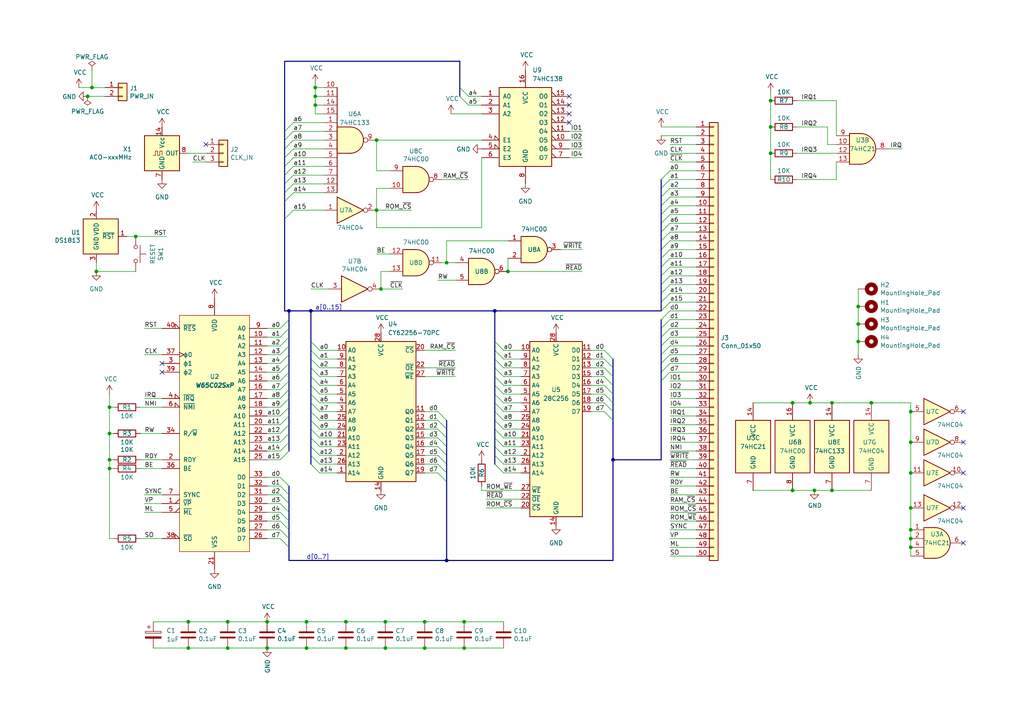
<source format=kicad_sch>
(kicad_sch (version 20211123) (generator eeschema)
  (paper "A4")
  (title_block (title "6502 motherboard v02") (date "2021-04-28") (rev "1"))
  (junction (at 111.76 180.34))
  (junction (at 264.16 147.32))
  (junction (at 236.22 142.24))
  (junction (at 83.82 90.17))
  (junction (at 241.3 116.84))
  (junction (at 229.87 116.84))
  (junction (at 31.75 133.35))
  (junction (at 123.19 187.96))
  (junction (at 147.32 78.74))
  (junction (at 229.87 142.24))
  (junction (at 248.92 88.9))
  (junction (at 31.75 118.11))
  (junction (at 88.9 187.96))
  (junction (at 129.54 162.56))
  (junction (at 264.16 156.21))
  (junction (at 252.73 116.84))
  (junction (at 91.44 27.94))
  (junction (at 177.8 133.35))
  (junction (at 129.54 76.2))
  (junction (at 264.16 153.67))
  (junction (at 77.47 187.96))
  (junction (at 66.04 180.34))
  (junction (at 134.62 187.96))
  (junction (at 109.22 60.96))
  (junction (at 25.4 27.94))
  (junction (at 88.9 180.34))
  (junction (at 77.47 180.34))
  (junction (at 27.94 78.74))
  (junction (at 264.16 137.16))
  (junction (at 248.92 93.98))
  (junction (at 223.52 29.21))
  (junction (at 111.76 187.96))
  (junction (at 31.75 135.89))
  (junction (at 54.61 187.96))
  (junction (at 143.51 90.17))
  (junction (at 110.49 83.82))
  (junction (at 39.37 68.58))
  (junction (at 31.75 125.73))
  (junction (at 90.17 90.17))
  (junction (at 54.61 180.34))
  (junction (at 66.04 187.96))
  (junction (at 26.67 25.4))
  (junction (at 234.95 116.84))
  (junction (at 100.33 180.34))
  (junction (at 134.62 180.34))
  (junction (at 91.44 25.4))
  (junction (at 123.19 180.34))
  (junction (at 264.16 158.75))
  (junction (at 264.16 128.27))
  (junction (at 264.16 119.38))
  (junction (at 248.92 99.06))
  (junction (at 100.33 187.96))
  (junction (at 109.22 40.64))
  (junction (at 241.3 142.24))
  (junction (at 223.52 44.45))
  (junction (at 91.44 30.48))
  (junction (at 223.52 36.83))
  (no_connect (at 46.99 107.95))
  (no_connect (at 165.1 30.48))
  (no_connect (at 46.99 105.41))
  (no_connect (at 165.1 33.02))
  (no_connect (at 165.1 27.94))
  (no_connect (at 279.4 119.38))
  (no_connect (at 279.4 157.48))
  (no_connect (at 279.4 128.27))
  (no_connect (at 59.69 41.91))
  (no_connect (at 279.4 147.32))
  (no_connect (at 165.1 35.56))
  (no_connect (at 279.4 137.16))
  (bus_entry (at 81.28 128.27) (size 2.54 -2.54))
  (bus_entry (at 194.31 57.15) (size -2.54 2.54))
  (bus_entry (at 81.28 138.43) (size 2.54 2.54))
  (bus_entry (at 81.28 100.33) (size 2.54 -2.54))
  (bus_entry (at 146.05 129.54) (size -2.54 -2.54))
  (bus_entry (at 92.71 111.76) (size -2.54 -2.54))
  (bus_entry (at 92.71 114.3) (size -2.54 -2.54))
  (bus_entry (at 194.31 64.77) (size -2.54 2.54))
  (bus_entry (at 194.31 97.79) (size -2.54 2.54))
  (bus_entry (at 194.31 80.01) (size -2.54 2.54))
  (bus_entry (at 92.71 127) (size -2.54 -2.54))
  (bus_entry (at 146.05 111.76) (size -2.54 -2.54))
  (bus_entry (at 92.71 124.46) (size -2.54 -2.54))
  (bus_entry (at 194.31 100.33) (size -2.54 2.54))
  (bus_entry (at 92.71 109.22) (size -2.54 -2.54))
  (bus_entry (at 85.09 45.72) (size -2.54 2.54))
  (bus_entry (at 146.05 137.16) (size -2.54 -2.54))
  (bus_entry (at 194.31 52.07) (size -2.54 2.54))
  (bus_entry (at 81.28 153.67) (size 2.54 2.54))
  (bus_entry (at 85.09 53.34) (size -2.54 2.54))
  (bus_entry (at 81.28 133.35) (size 2.54 -2.54))
  (bus_entry (at 92.71 106.68) (size -2.54 -2.54))
  (bus_entry (at 81.28 148.59) (size 2.54 2.54))
  (bus_entry (at 81.28 118.11) (size 2.54 -2.54))
  (bus_entry (at 81.28 151.13) (size 2.54 2.54))
  (bus_entry (at 92.71 134.62) (size -2.54 -2.54))
  (bus_entry (at 81.28 125.73) (size 2.54 -2.54))
  (bus_entry (at 194.31 59.69) (size -2.54 2.54))
  (bus_entry (at 81.28 130.81) (size 2.54 -2.54))
  (bus_entry (at 146.05 106.68) (size -2.54 -2.54))
  (bus_entry (at 85.09 48.26) (size -2.54 2.54))
  (bus_entry (at 81.28 146.05) (size 2.54 2.54))
  (bus_entry (at 194.31 102.87) (size -2.54 2.54))
  (bus_entry (at 194.31 105.41) (size -2.54 2.54))
  (bus_entry (at 175.26 106.68) (size 2.54 2.54))
  (bus_entry (at 194.31 69.85) (size -2.54 2.54))
  (bus_entry (at 127 121.92) (size 2.54 2.54))
  (bus_entry (at 81.28 120.65) (size 2.54 -2.54))
  (bus_entry (at 81.28 115.57) (size 2.54 -2.54))
  (bus_entry (at 194.31 62.23) (size -2.54 2.54))
  (bus_entry (at 127 129.54) (size 2.54 2.54))
  (bus_entry (at 81.28 113.03) (size 2.54 -2.54))
  (bus_entry (at 92.71 129.54) (size -2.54 -2.54))
  (bus_entry (at 92.71 101.6) (size -2.54 -2.54))
  (bus_entry (at 146.05 101.6) (size -2.54 -2.54))
  (bus_entry (at 127 127) (size 2.54 2.54))
  (bus_entry (at 194.31 85.09) (size -2.54 2.54))
  (bus_entry (at 194.31 87.63) (size -2.54 2.54))
  (bus_entry (at 85.09 38.1) (size -2.54 2.54))
  (bus_entry (at 81.28 105.41) (size 2.54 -2.54))
  (bus_entry (at 146.05 127) (size -2.54 -2.54))
  (bus_entry (at 175.26 119.38) (size 2.54 2.54))
  (bus_entry (at 194.31 74.93) (size -2.54 2.54))
  (bus_entry (at 194.31 92.71) (size -2.54 2.54))
  (bus_entry (at 146.05 114.3) (size -2.54 -2.54))
  (bus_entry (at 194.31 72.39) (size -2.54 2.54))
  (bus_entry (at 175.26 101.6) (size 2.54 2.54))
  (bus_entry (at 81.28 95.25) (size 2.54 -2.54))
  (bus_entry (at 133.35 25.4) (size 2.54 2.54))
  (bus_entry (at 92.71 121.92) (size -2.54 -2.54))
  (bus_entry (at 92.71 137.16) (size -2.54 -2.54))
  (bus_entry (at 81.28 140.97) (size 2.54 2.54))
  (bus_entry (at 146.05 134.62) (size -2.54 -2.54))
  (bus_entry (at 194.31 67.31) (size -2.54 2.54))
  (bus_entry (at 146.05 124.46) (size -2.54 -2.54))
  (bus_entry (at 194.31 49.53) (size -2.54 2.54))
  (bus_entry (at 194.31 95.25) (size -2.54 2.54))
  (bus_entry (at 92.71 116.84) (size -2.54 -2.54))
  (bus_entry (at 85.09 55.88) (size -2.54 2.54))
  (bus_entry (at 92.71 119.38) (size -2.54 -2.54))
  (bus_entry (at 194.31 90.17) (size -2.54 2.54))
  (bus_entry (at 194.31 54.61) (size -2.54 2.54))
  (bus_entry (at 175.26 111.76) (size 2.54 2.54))
  (bus_entry (at 92.71 132.08) (size -2.54 -2.54))
  (bus_entry (at 194.31 82.55) (size -2.54 2.54))
  (bus_entry (at 81.28 102.87) (size 2.54 -2.54))
  (bus_entry (at 133.35 27.94) (size 2.54 2.54))
  (bus_entry (at 81.28 123.19) (size 2.54 -2.54))
  (bus_entry (at 127 119.38) (size 2.54 2.54))
  (bus_entry (at 146.05 121.92) (size -2.54 -2.54))
  (bus_entry (at 175.26 104.14) (size 2.54 2.54))
  (bus_entry (at 81.28 156.21) (size 2.54 2.54))
  (bus_entry (at 146.05 116.84) (size -2.54 -2.54))
  (bus_entry (at 81.28 110.49) (size 2.54 -2.54))
  (bus_entry (at 175.26 109.22) (size 2.54 2.54))
  (bus_entry (at 81.28 97.79) (size 2.54 -2.54))
  (bus_entry (at 194.31 77.47) (size -2.54 2.54))
  (bus_entry (at 81.28 107.95) (size 2.54 -2.54))
  (bus_entry (at 85.09 50.8) (size -2.54 2.54))
  (bus_entry (at 146.05 132.08) (size -2.54 -2.54))
  (bus_entry (at 127 134.62) (size 2.54 2.54))
  (bus_entry (at 85.09 43.18) (size -2.54 2.54))
  (bus_entry (at 85.09 40.64) (size -2.54 2.54))
  (bus_entry (at 92.71 104.14) (size -2.54 -2.54))
  (bus_entry (at 127 124.46) (size 2.54 2.54))
  (bus_entry (at 146.05 104.14) (size -2.54 -2.54))
  (bus_entry (at 146.05 119.38) (size -2.54 -2.54))
  (bus_entry (at 175.26 114.3) (size 2.54 2.54))
  (bus_entry (at 146.05 109.22) (size -2.54 -2.54))
  (bus_entry (at 81.28 143.51) (size 2.54 2.54))
  (bus_entry (at 194.31 107.95) (size -2.54 2.54))
  (bus_entry (at 127 132.08) (size 2.54 2.54))
  (bus_entry (at 85.09 60.96) (size -2.54 2.54))
  (bus_entry (at 85.09 35.56) (size -2.54 2.54))
  (bus_entry (at 127 137.16) (size 2.54 2.54))
  (bus_entry (at 175.26 116.84) (size 2.54 2.54))
  (bus (pts (xy 143.51 116.84) (xy 143.51 119.38)))
  (wire (pts (xy 252.73 142.24) (xy 241.3 142.24)))
  (wire (pts (xy 81.28 143.51) (xy 77.47 143.51)))
  (wire (pts (xy 146.05 119.38) (xy 151.13 119.38)))
  (wire (pts (xy 81.28 95.25) (xy 77.47 95.25)))
  (wire (pts (xy 111.76 180.34) (xy 123.19 180.34)))
  (bus (pts (xy 177.8 109.22) (xy 177.8 111.76)))
  (wire (pts (xy 248.92 99.06) (xy 248.92 102.87)))
  (wire (pts (xy 91.44 24.13) (xy 91.44 25.4)))
  (wire (pts (xy 264.16 147.32) (xy 264.16 153.67)))
  (wire (pts (xy 194.31 46.99) (xy 201.93 46.99)))
  (wire (pts (xy 134.62 180.34) (xy 146.05 180.34)))
  (wire (pts (xy 194.31 59.69) (xy 201.93 59.69)))
  (wire (pts (xy 194.31 67.31) (xy 201.93 67.31)))
  (wire (pts (xy 146.05 111.76) (xy 151.13 111.76)))
  (wire (pts (xy 194.31 110.49) (xy 201.93 110.49)))
  (bus (pts (xy 143.51 119.38) (xy 143.51 121.92)))
  (bus (pts (xy 90.17 119.38) (xy 90.17 121.92)))
  (bus (pts (xy 191.77 67.31) (xy 191.77 69.85)))
  (wire (pts (xy 109.22 49.53) (xy 113.03 49.53)))
  (wire (pts (xy 44.45 180.34) (xy 54.61 180.34)))
  (wire (pts (xy 92.71 101.6) (xy 97.79 101.6)))
  (wire (pts (xy 81.28 130.81) (xy 77.47 130.81)))
  (wire (pts (xy 85.09 53.34) (xy 93.98 53.34)))
  (wire (pts (xy 194.31 87.63) (xy 201.93 87.63)))
  (wire (pts (xy 194.31 125.73) (xy 201.93 125.73)))
  (bus (pts (xy 90.17 116.84) (xy 90.17 119.38)))
  (bus (pts (xy 129.54 132.08) (xy 129.54 134.62)))
  (wire (pts (xy 135.89 30.48) (xy 139.7 30.48)))
  (wire (pts (xy 194.31 143.51) (xy 201.93 143.51)))
  (wire (pts (xy 91.44 27.94) (xy 93.98 27.94)))
  (wire (pts (xy 229.87 116.84) (xy 234.95 116.84)))
  (wire (pts (xy 146.05 129.54) (xy 151.13 129.54)))
  (wire (pts (xy 129.54 76.2) (xy 129.54 69.85)))
  (wire (pts (xy 129.54 76.2) (xy 132.08 76.2)))
  (wire (pts (xy 41.91 146.05) (xy 46.99 146.05)))
  (wire (pts (xy 92.71 114.3) (xy 97.79 114.3)))
  (bus (pts (xy 82.55 40.64) (xy 82.55 43.18)))
  (bus (pts (xy 191.77 95.25) (xy 191.77 97.79)))
  (bus (pts (xy 90.17 124.46) (xy 90.17 127)))
  (wire (pts (xy 33.02 133.35) (xy 31.75 133.35)))
  (wire (pts (xy 92.71 129.54) (xy 97.79 129.54)))
  (wire (pts (xy 147.32 78.74) (xy 168.91 78.74)))
  (bus (pts (xy 143.51 129.54) (xy 143.51 132.08)))
  (bus (pts (xy 83.82 90.17) (xy 83.82 92.71)))
  (bus (pts (xy 177.8 116.84) (xy 177.8 119.38)))
  (bus (pts (xy 191.77 100.33) (xy 191.77 102.87)))
  (wire (pts (xy 146.05 127) (xy 151.13 127)))
  (wire (pts (xy 127 124.46) (xy 123.19 124.46)))
  (bus (pts (xy 83.82 118.11) (xy 83.82 120.65)))
  (wire (pts (xy 110.49 83.82) (xy 110.49 78.74)))
  (wire (pts (xy 168.91 40.64) (xy 165.1 40.64)))
  (wire (pts (xy 91.44 27.94) (xy 91.44 30.48)))
  (wire (pts (xy 40.64 133.35) (xy 46.99 133.35)))
  (wire (pts (xy 248.92 93.98) (xy 248.92 99.06)))
  (wire (pts (xy 109.22 54.61) (xy 109.22 60.96)))
  (wire (pts (xy 66.04 180.34) (xy 77.47 180.34)))
  (bus (pts (xy 82.55 45.72) (xy 82.55 48.26)))
  (wire (pts (xy 92.71 111.76) (xy 97.79 111.76)))
  (wire (pts (xy 223.52 36.83) (xy 223.52 44.45)))
  (bus (pts (xy 133.35 25.4) (xy 133.35 27.94)))
  (bus (pts (xy 143.51 121.92) (xy 143.51 124.46)))
  (bus (pts (xy 90.17 106.68) (xy 90.17 109.22)))
  (bus (pts (xy 90.17 111.76) (xy 90.17 114.3)))
  (wire (pts (xy 146.05 121.92) (xy 151.13 121.92)))
  (wire (pts (xy 171.45 104.14) (xy 175.26 104.14)))
  (wire (pts (xy 171.45 111.76) (xy 175.26 111.76)))
  (wire (pts (xy 231.14 36.83) (xy 240.03 36.83)))
  (wire (pts (xy 26.67 25.4) (xy 26.67 20.32)))
  (wire (pts (xy 85.09 40.64) (xy 93.98 40.64)))
  (wire (pts (xy 31.75 114.3) (xy 31.75 118.11)))
  (bus (pts (xy 191.77 80.01) (xy 191.77 82.55)))
  (wire (pts (xy 194.31 95.25) (xy 201.93 95.25)))
  (wire (pts (xy 171.45 109.22) (xy 175.26 109.22)))
  (wire (pts (xy 240.03 36.83) (xy 240.03 41.91)))
  (bus (pts (xy 191.77 69.85) (xy 191.77 72.39)))
  (wire (pts (xy 194.31 100.33) (xy 201.93 100.33)))
  (wire (pts (xy 54.61 180.34) (xy 66.04 180.34)))
  (bus (pts (xy 83.82 115.57) (xy 83.82 118.11)))
  (wire (pts (xy 194.31 62.23) (xy 201.93 62.23)))
  (wire (pts (xy 127 81.28) (xy 132.08 81.28)))
  (wire (pts (xy 36.83 68.58) (xy 39.37 68.58)))
  (bus (pts (xy 177.8 104.14) (xy 177.8 106.68)))
  (wire (pts (xy 194.31 64.77) (xy 201.93 64.77)))
  (wire (pts (xy 242.57 29.21) (xy 242.57 39.37)))
  (wire (pts (xy 264.16 119.38) (xy 264.16 128.27)))
  (wire (pts (xy 31.75 156.21) (xy 31.75 135.89)))
  (bus (pts (xy 82.55 38.1) (xy 82.55 40.64)))
  (bus (pts (xy 143.51 114.3) (xy 143.51 116.84)))
  (bus (pts (xy 90.17 90.17) (xy 90.17 99.06)))
  (wire (pts (xy 85.09 48.26) (xy 93.98 48.26)))
  (wire (pts (xy 81.28 120.65) (xy 77.47 120.65)))
  (wire (pts (xy 127 119.38) (xy 123.19 119.38)))
  (wire (pts (xy 264.16 158.75) (xy 264.16 161.29)))
  (wire (pts (xy 93.98 38.1) (xy 85.09 38.1)))
  (wire (pts (xy 127 127) (xy 123.19 127)))
  (bus (pts (xy 177.8 121.92) (xy 177.8 133.35)))
  (wire (pts (xy 194.31 156.21) (xy 201.93 156.21)))
  (wire (pts (xy 147.32 74.93) (xy 147.32 78.74)))
  (bus (pts (xy 191.77 92.71) (xy 191.77 95.25)))
  (wire (pts (xy 66.04 187.96) (xy 54.61 187.96)))
  (bus (pts (xy 83.82 128.27) (xy 83.82 130.81)))
  (wire (pts (xy 171.45 101.6) (xy 175.26 101.6)))
  (bus (pts (xy 143.51 132.08) (xy 143.51 134.62)))
  (wire (pts (xy 92.71 116.84) (xy 97.79 116.84)))
  (bus (pts (xy 83.82 110.49) (xy 83.82 113.03)))
  (wire (pts (xy 81.28 148.59) (xy 77.47 148.59)))
  (wire (pts (xy 81.28 105.41) (xy 77.47 105.41)))
  (wire (pts (xy 109.22 60.96) (xy 109.22 66.04)))
  (wire (pts (xy 194.31 72.39) (xy 201.93 72.39)))
  (bus (pts (xy 82.55 50.8) (xy 82.55 53.34)))
  (wire (pts (xy 194.31 138.43) (xy 201.93 138.43)))
  (bus (pts (xy 191.77 110.49) (xy 191.77 133.35)))
  (bus (pts (xy 143.51 99.06) (xy 143.51 101.6)))
  (wire (pts (xy 146.05 187.96) (xy 134.62 187.96)))
  (wire (pts (xy 194.31 49.53) (xy 201.93 49.53)))
  (wire (pts (xy 194.31 153.67) (xy 201.93 153.67)))
  (wire (pts (xy 127 121.92) (xy 123.19 121.92)))
  (wire (pts (xy 194.31 105.41) (xy 201.93 105.41)))
  (bus (pts (xy 90.17 132.08) (xy 90.17 134.62)))
  (bus (pts (xy 83.82 105.41) (xy 83.82 107.95)))
  (wire (pts (xy 171.45 106.68) (xy 175.26 106.68)))
  (wire (pts (xy 27.94 76.2) (xy 27.94 78.74)))
  (wire (pts (xy 40.64 125.73) (xy 46.99 125.73)))
  (bus (pts (xy 90.17 129.54) (xy 90.17 132.08)))
  (wire (pts (xy 54.61 44.45) (xy 59.69 44.45)))
  (bus (pts (xy 191.77 82.55) (xy 191.77 85.09)))
  (bus (pts (xy 191.77 74.93) (xy 191.77 77.47)))
  (wire (pts (xy 194.31 54.61) (xy 201.93 54.61)))
  (bus (pts (xy 82.55 58.42) (xy 82.55 63.5)))
  (wire (pts (xy 261.62 43.18) (xy 257.81 43.18)))
  (wire (pts (xy 194.31 133.35) (xy 201.93 133.35)))
  (bus (pts (xy 90.17 104.14) (xy 90.17 106.68)))
  (wire (pts (xy 92.71 137.16) (xy 97.79 137.16)))
  (wire (pts (xy 242.57 52.07) (xy 242.57 46.99)))
  (wire (pts (xy 194.31 123.19) (xy 201.93 123.19)))
  (bus (pts (xy 83.82 100.33) (xy 83.82 102.87)))
  (bus (pts (xy 143.51 101.6) (xy 143.51 104.14)))
  (wire (pts (xy 109.22 60.96) (xy 119.38 60.96)))
  (wire (pts (xy 231.14 44.45) (xy 242.57 44.45)))
  (wire (pts (xy 146.05 134.62) (xy 151.13 134.62)))
  (wire (pts (xy 31.75 125.73) (xy 31.75 133.35)))
  (wire (pts (xy 92.71 134.62) (xy 97.79 134.62)))
  (bus (pts (xy 90.17 99.06) (xy 90.17 101.6)))
  (wire (pts (xy 110.49 78.74) (xy 113.03 78.74)))
  (bus (pts (xy 83.82 120.65) (xy 83.82 123.19)))
  (wire (pts (xy 194.31 92.71) (xy 201.93 92.71)))
  (bus (pts (xy 82.55 48.26) (xy 82.55 50.8)))
  (bus (pts (xy 83.82 90.17) (xy 90.17 90.17)))
  (wire (pts (xy 91.44 30.48) (xy 93.98 30.48)))
  (bus (pts (xy 82.55 17.78) (xy 133.35 17.78)))
  (wire (pts (xy 81.28 100.33) (xy 77.47 100.33)))
  (wire (pts (xy 33.02 118.11) (xy 31.75 118.11)))
  (wire (pts (xy 134.62 187.96) (xy 123.19 187.96)))
  (wire (pts (xy 194.31 118.11) (xy 201.93 118.11)))
  (wire (pts (xy 31.75 133.35) (xy 31.75 135.89)))
  (wire (pts (xy 88.9 180.34) (xy 100.33 180.34)))
  (wire (pts (xy 90.17 83.82) (xy 95.25 83.82)))
  (bus (pts (xy 83.82 113.03) (xy 83.82 115.57)))
  (wire (pts (xy 31.75 118.11) (xy 31.75 125.73)))
  (wire (pts (xy 85.09 60.96) (xy 93.98 60.96)))
  (bus (pts (xy 191.77 97.79) (xy 191.77 100.33)))
  (bus (pts (xy 143.51 104.14) (xy 143.51 106.68)))
  (wire (pts (xy 194.31 158.75) (xy 201.93 158.75)))
  (wire (pts (xy 81.28 118.11) (xy 77.47 118.11)))
  (wire (pts (xy 194.31 90.17) (xy 201.93 90.17)))
  (wire (pts (xy 81.28 153.67) (xy 77.47 153.67)))
  (wire (pts (xy 81.28 115.57) (xy 77.47 115.57)))
  (wire (pts (xy 77.47 187.96) (xy 88.9 187.96)))
  (wire (pts (xy 109.22 66.04) (xy 139.7 66.04)))
  (wire (pts (xy 22.86 25.4) (xy 26.67 25.4)))
  (wire (pts (xy 100.33 187.96) (xy 88.9 187.96)))
  (wire (pts (xy 229.87 142.24) (xy 236.22 142.24)))
  (bus (pts (xy 83.82 140.97) (xy 83.82 143.51)))
  (wire (pts (xy 146.05 114.3) (xy 151.13 114.3)))
  (bus (pts (xy 191.77 72.39) (xy 191.77 74.93)))
  (wire (pts (xy 194.31 115.57) (xy 201.93 115.57)))
  (wire (pts (xy 92.71 109.22) (xy 97.79 109.22)))
  (wire (pts (xy 231.14 29.21) (xy 242.57 29.21)))
  (wire (pts (xy 41.91 115.57) (xy 46.99 115.57)))
  (wire (pts (xy 194.31 52.07) (xy 201.93 52.07)))
  (wire (pts (xy 146.05 137.16) (xy 151.13 137.16)))
  (bus (pts (xy 191.77 105.41) (xy 191.77 107.95)))
  (bus (pts (xy 191.77 87.63) (xy 191.77 90.17)))
  (bus (pts (xy 143.51 90.17) (xy 143.51 99.06)))
  (wire (pts (xy 139.7 140.97) (xy 139.7 142.24)))
  (wire (pts (xy 92.71 132.08) (xy 97.79 132.08)))
  (wire (pts (xy 92.71 127) (xy 97.79 127)))
  (bus (pts (xy 90.17 127) (xy 90.17 129.54)))
  (wire (pts (xy 168.91 43.18) (xy 165.1 43.18)))
  (wire (pts (xy 146.05 124.46) (xy 151.13 124.46)))
  (wire (pts (xy 41.91 102.87) (xy 46.99 102.87)))
  (bus (pts (xy 143.51 111.76) (xy 143.51 114.3)))
  (wire (pts (xy 26.67 25.4) (xy 30.48 25.4)))
  (wire (pts (xy 139.7 66.04) (xy 139.7 45.72)))
  (wire (pts (xy 54.61 187.96) (xy 44.45 187.96)))
  (wire (pts (xy 194.31 74.93) (xy 201.93 74.93)))
  (wire (pts (xy 264.16 128.27) (xy 264.16 137.16)))
  (bus (pts (xy 177.8 106.68) (xy 177.8 109.22)))
  (wire (pts (xy 91.44 25.4) (xy 93.98 25.4)))
  (wire (pts (xy 194.31 135.89) (xy 201.93 135.89)))
  (bus (pts (xy 143.51 90.17) (xy 191.77 90.17)))
  (bus (pts (xy 191.77 102.87) (xy 191.77 105.41)))
  (wire (pts (xy 93.98 55.88) (xy 85.09 55.88)))
  (wire (pts (xy 223.52 29.21) (xy 223.52 26.67)))
  (wire (pts (xy 77.47 187.96) (xy 66.04 187.96)))
  (bus (pts (xy 83.82 107.95) (xy 83.82 110.49)))
  (wire (pts (xy 81.28 151.13) (xy 77.47 151.13)))
  (bus (pts (xy 83.82 97.79) (xy 83.82 100.33)))
  (wire (pts (xy 194.31 77.47) (xy 201.93 77.47)))
  (wire (pts (xy 146.05 104.14) (xy 151.13 104.14)))
  (bus (pts (xy 191.77 62.23) (xy 191.77 64.77)))
  (bus (pts (xy 83.82 146.05) (xy 83.82 148.59)))
  (wire (pts (xy 194.31 82.55) (xy 201.93 82.55)))
  (bus (pts (xy 82.55 55.88) (xy 82.55 58.42)))
  (wire (pts (xy 100.33 187.96) (xy 111.76 187.96)))
  (bus (pts (xy 143.51 106.68) (xy 143.51 109.22)))
  (bus (pts (xy 191.77 107.95) (xy 191.77 110.49)))
  (wire (pts (xy 240.03 41.91) (xy 242.57 41.91)))
  (bus (pts (xy 191.77 85.09) (xy 191.77 87.63)))
  (wire (pts (xy 91.44 33.02) (xy 93.98 33.02)))
  (wire (pts (xy 92.71 104.14) (xy 97.79 104.14)))
  (wire (pts (xy 77.47 180.34) (xy 88.9 180.34)))
  (wire (pts (xy 252.73 116.84) (xy 264.16 116.84)))
  (wire (pts (xy 81.28 156.21) (xy 77.47 156.21)))
  (wire (pts (xy 81.28 146.05) (xy 77.47 146.05)))
  (wire (pts (xy 111.76 180.34) (xy 100.33 180.34)))
  (bus (pts (xy 129.54 124.46) (xy 129.54 127)))
  (wire (pts (xy 194.31 107.95) (xy 201.93 107.95)))
  (wire (pts (xy 218.44 142.24) (xy 229.87 142.24)))
  (wire (pts (xy 194.31 130.81) (xy 201.93 130.81)))
  (bus (pts (xy 191.77 64.77) (xy 191.77 67.31)))
  (wire (pts (xy 33.02 125.73) (xy 31.75 125.73)))
  (wire (pts (xy 194.31 69.85) (xy 201.93 69.85)))
  (wire (pts (xy 248.92 88.9) (xy 248.92 93.98)))
  (wire (pts (xy 127 134.62) (xy 123.19 134.62)))
  (bus (pts (xy 90.17 109.22) (xy 90.17 111.76)))
  (wire (pts (xy 168.91 45.72) (xy 165.1 45.72)))
  (wire (pts (xy 93.98 50.8) (xy 85.09 50.8)))
  (wire (pts (xy 128.27 76.2) (xy 129.54 76.2)))
  (bus (pts (xy 191.77 52.07) (xy 191.77 54.61)))
  (wire (pts (xy 264.16 116.84) (xy 264.16 119.38)))
  (bus (pts (xy 129.54 162.56) (xy 177.8 162.56)))
  (wire (pts (xy 123.19 101.6) (xy 132.08 101.6)))
  (bus (pts (xy 83.82 143.51) (xy 83.82 146.05)))
  (bus (pts (xy 83.82 95.25) (xy 83.82 97.79)))
  (wire (pts (xy 241.3 116.84) (xy 234.95 116.84)))
  (wire (pts (xy 127 129.54) (xy 123.19 129.54)))
  (wire (pts (xy 92.71 124.46) (xy 97.79 124.46)))
  (bus (pts (xy 143.51 124.46) (xy 143.51 127)))
  (bus (pts (xy 83.82 153.67) (xy 83.82 156.21)))
  (wire (pts (xy 264.16 156.21) (xy 264.16 158.75)))
  (wire (pts (xy 81.28 128.27) (xy 77.47 128.27)))
  (wire (pts (xy 194.31 57.15) (xy 201.93 57.15)))
  (bus (pts (xy 82.55 90.17) (xy 83.82 90.17)))
  (bus (pts (xy 191.77 77.47) (xy 191.77 80.01)))
  (wire (pts (xy 194.31 113.03) (xy 201.93 113.03)))
  (bus (pts (xy 83.82 92.71) (xy 83.82 95.25)))
  (wire (pts (xy 123.19 109.22) (xy 132.08 109.22)))
  (bus (pts (xy 90.17 114.3) (xy 90.17 116.84)))
  (bus (pts (xy 90.17 90.17) (xy 143.51 90.17)))
  (wire (pts (xy 81.28 107.95) (xy 77.47 107.95)))
  (wire (pts (xy 241.3 142.24) (xy 236.22 142.24)))
  (bus (pts (xy 191.77 54.61) (xy 191.77 57.15)))
  (bus (pts (xy 90.17 121.92) (xy 90.17 124.46)))
  (wire (pts (xy 264.16 137.16) (xy 264.16 147.32)))
  (wire (pts (xy 171.45 114.3) (xy 175.26 114.3)))
  (wire (pts (xy 33.02 135.89) (xy 31.75 135.89)))
  (wire (pts (xy 194.31 161.29) (xy 201.93 161.29)))
  (bus (pts (xy 129.54 137.16) (xy 129.54 139.7)))
  (wire (pts (xy 241.3 116.84) (xy 252.73 116.84)))
  (wire (pts (xy 191.77 36.83) (xy 201.93 36.83)))
  (bus (pts (xy 129.54 134.62) (xy 129.54 137.16)))
  (wire (pts (xy 194.31 128.27) (xy 201.93 128.27)))
  (wire (pts (xy 194.31 151.13) (xy 201.93 151.13)))
  (bus (pts (xy 129.54 139.7) (xy 129.54 162.56)))
  (bus (pts (xy 83.82 158.75) (xy 83.82 162.56)))
  (bus (pts (xy 82.55 43.18) (xy 82.55 45.72)))
  (bus (pts (xy 143.51 109.22) (xy 143.51 111.76)))
  (wire (pts (xy 139.7 33.02) (xy 130.81 33.02)))
  (bus (pts (xy 83.82 123.19) (xy 83.82 125.73)))
  (wire (pts (xy 127 132.08) (xy 123.19 132.08)))
  (wire (pts (xy 46.99 156.21) (xy 40.64 156.21)))
  (wire (pts (xy 140.97 144.78) (xy 151.13 144.78)))
  (bus (pts (xy 83.82 151.13) (xy 83.82 153.67)))
  (wire (pts (xy 139.7 142.24) (xy 151.13 142.24)))
  (wire (pts (xy 123.19 187.96) (xy 111.76 187.96)))
  (wire (pts (xy 194.31 102.87) (xy 201.93 102.87)))
  (wire (pts (xy 194.31 120.65) (xy 201.93 120.65)))
  (bus (pts (xy 82.55 53.34) (xy 82.55 55.88)))
  (wire (pts (xy 39.37 78.74) (xy 27.94 78.74)))
  (bus (pts (xy 143.51 127) (xy 143.51 129.54)))
  (wire (pts (xy 168.91 38.1) (xy 165.1 38.1)))
  (bus (pts (xy 177.8 133.35) (xy 177.8 162.56)))
  (wire (pts (xy 223.52 29.21) (xy 223.52 36.83)))
  (bus (pts (xy 129.54 121.92) (xy 129.54 124.46)))
  (bus (pts (xy 83.82 125.73) (xy 83.82 128.27)))
  (wire (pts (xy 85.09 35.56) (xy 93.98 35.56)))
  (wire (pts (xy 194.31 148.59) (xy 201.93 148.59)))
  (wire (pts (xy 129.54 69.85) (xy 147.32 69.85)))
  (wire (pts (xy 91.44 25.4) (xy 91.44 27.94)))
  (wire (pts (xy 194.31 97.79) (xy 201.93 97.79)))
  (wire (pts (xy 194.31 146.05) (xy 201.93 146.05)))
  (wire (pts (xy 81.28 102.87) (xy 77.47 102.87)))
  (wire (pts (xy 92.71 106.68) (xy 97.79 106.68)))
  (bus (pts (xy 83.82 162.56) (xy 129.54 162.56)))
  (bus (pts (xy 82.55 17.78) (xy 82.55 38.1)))
  (wire (pts (xy 41.91 143.51) (xy 46.99 143.51)))
  (wire (pts (xy 81.28 133.35) (xy 77.47 133.35)))
  (wire (pts (xy 81.28 113.03) (xy 77.47 113.03)))
  (wire (pts (xy 109.22 40.64) (xy 109.22 49.53)))
  (wire (pts (xy 194.31 80.01) (xy 201.93 80.01)))
  (wire (pts (xy 39.37 68.58) (xy 48.26 68.58)))
  (wire (pts (xy 81.28 110.49) (xy 77.47 110.49)))
  (wire (pts (xy 81.28 97.79) (xy 77.47 97.79)))
  (bus (pts (xy 177.8 133.35) (xy 191.77 133.35)))
  (bus (pts (xy 83.82 148.59) (xy 83.82 151.13)))
  (wire (pts (xy 171.45 116.84) (xy 175.26 116.84)))
  (bus (pts (xy 129.54 129.54) (xy 129.54 132.08)))
  (wire (pts (xy 248.92 83.82) (xy 248.92 88.9)))
  (wire (pts (xy 223.52 44.45) (xy 223.52 52.07)))
  (bus (pts (xy 129.54 127) (xy 129.54 129.54)))
  (wire (pts (xy 91.44 30.48) (xy 91.44 33.02)))
  (wire (pts (xy 264.16 153.67) (xy 264.16 156.21)))
  (wire (pts (xy 146.05 101.6) (xy 151.13 101.6)))
  (wire (pts (xy 93.98 43.18) (xy 85.09 43.18)))
  (wire (pts (xy 146.05 109.22) (xy 151.13 109.22)))
  (bus (pts (xy 83.82 102.87) (xy 83.82 105.41)))
  (wire (pts (xy 81.28 125.73) (xy 77.47 125.73)))
  (bus (pts (xy 82.55 63.5) (xy 82.55 90.17)))
  (bus (pts (xy 177.8 119.38) (xy 177.8 121.92)))
  (wire (pts (xy 110.49 83.82) (xy 116.84 83.82)))
  (bus (pts (xy 90.17 101.6) (xy 90.17 104.14)))
  (bus (pts (xy 177.8 111.76) (xy 177.8 114.3)))
  (wire (pts (xy 93.98 45.72) (xy 85.09 45.72)))
  (wire (pts (xy 55.88 46.99) (xy 59.69 46.99)))
  (wire (pts (xy 40.64 135.89) (xy 46.99 135.89)))
  (wire (pts (xy 127 137.16) (xy 123.19 137.16)))
  (wire (pts (xy 168.91 72.39) (xy 162.56 72.39)))
  (wire (pts (xy 81.28 140.97) (xy 77.47 140.97)))
  (wire (pts (xy 171.45 119.38) (xy 175.26 119.38)))
  (wire (pts (xy 194.31 85.09) (xy 201.93 85.09)))
  (wire (pts (xy 194.31 41.91) (xy 201.93 41.91)))
  (wire (pts (xy 123.19 106.68) (xy 132.08 106.68)))
  (wire (pts (xy 140.97 147.32) (xy 151.13 147.32)))
  (wire (pts (xy 231.14 52.07) (xy 242.57 52.07)))
  (wire (pts (xy 218.44 116.84) (xy 229.87 116.84)))
  (wire (pts (xy 109.22 54.61) (xy 113.03 54.61)))
  (bus (pts (xy 83.82 156.21) (xy 83.82 158.75)))
  (wire (pts (xy 41.91 148.59) (xy 46.99 148.59)))
  (wire (pts (xy 33.02 156.21) (xy 31.75 156.21)))
  (bus (pts (xy 191.77 57.15) (xy 191.77 59.69)))
  (wire (pts (xy 109.22 73.66) (xy 113.03 73.66)))
  (wire (pts (xy 41.91 95.25) (xy 46.99 95.25)))
  (bus (pts (xy 191.77 59.69) (xy 191.77 62.23)))
  (bus (pts (xy 133.35 17.78) (xy 133.35 25.4)))
  (wire (pts (xy 81.28 138.43) (xy 77.47 138.43)))
  (wire (pts (xy 109.22 40.64) (xy 139.7 40.64)))
  (bus (pts (xy 177.8 114.3) (xy 177.8 116.84)))
  (wire (pts (xy 146.05 132.08) (xy 151.13 132.08)))
  (wire (pts (xy 135.89 52.07) (xy 128.27 52.07)))
  (wire (pts (xy 92.71 119.38) (xy 97.79 119.38)))
  (wire (pts (xy 146.05 116.84) (xy 151.13 116.84)))
  (wire (pts (xy 30.48 27.94) (xy 25.4 27.94)))
  (wire (pts (xy 81.28 123.19) (xy 77.47 123.19)))
  (wire (pts (xy 191.77 39.37) (xy 201.93 39.37)))
  (wire (pts (xy 139.7 27.94) (xy 135.89 27.94)))
  (wire (pts (xy 40.64 118.11) (xy 46.99 118.11)))
  (wire (pts (xy 92.71 121.92) (xy 97.79 121.92)))
  (wire (pts (xy 194.31 140.97) (xy 201.93 140.97)))
  (wire (pts (xy 123.19 180.34) (xy 134.62 180.34)))
  (wire (pts (xy 194.31 44.45) (xy 201.93 44.45)))
  (wire (pts (xy 146.05 106.68) (xy 151.13 106.68)))
  (label "d4" (at 194.31 100.33 0))
  (label "d5" (at 194.31 102.87 0))
  (label "a8" (at 92.71 121.92 0))
  (label "d7" (at 127 137.16 180))
  (label "a7" (at 146.05 119.38 0))
  (label "BE" (at 194.31 143.51 0))
  (label "BE" (at 41.91 135.89 0))
  (label "d6" (at 194.31 105.41 0))
  (label "RST" (at 48.26 68.58 180))
  (label "d6" (at 81.28 153.67 180))
  (label "d0" (at 175.26 101.6 180))
  (label "IRQ" (at 41.91 115.57 0))
  (label "IRQ4" (at 194.31 128.27 0))
  (label "d3" (at 81.28 146.05 180))
  (label "a12" (at 194.31 80.01 0))
  (label "a11" (at 194.31 77.47 0))
  (label "a14" (at 146.05 137.16 0))
  (label "a8" (at 85.09 40.64 0))
  (label "RST" (at 194.31 41.91 0))
  (label "IRQ1" (at 194.31 120.65 0))
  (label "a7" (at 92.71 119.38 0))
  (label "a6" (at 92.71 116.84 0))
  (label "CLK" (at 41.91 102.87 0))
  (label "d1" (at 81.28 140.97 180))
  (label "a4" (at 81.28 105.41 180))
  (label "a11" (at 81.28 123.19 180))
  (label "a6" (at 81.28 110.49 180))
  (label "a5" (at 92.71 114.3 0))
  (label "a12" (at 85.09 50.8 0))
  (label "a15" (at 81.28 133.35 180))
  (label "a10" (at 81.28 120.65 180))
  (label "a13" (at 85.09 53.34 0))
  (label "RW" (at 41.91 125.73 0))
  (label "a3" (at 146.05 109.22 0))
  (label "a11" (at 146.05 129.54 0))
  (label "d1" (at 175.26 104.14 180))
  (label "a7" (at 81.28 113.03 180))
  (label "d7" (at 175.26 119.38 180))
  (label "a13" (at 81.28 128.27 180))
  (label "IRQ" (at 261.62 43.18 180))
  (label "d0" (at 127 119.38 180))
  (label "a9" (at 146.05 124.46 0))
  (label "a4" (at 138.43 27.94 180))
  (label "a1" (at 194.31 52.07 0))
  (label "a2" (at 92.71 106.68 0))
  (label "d[0..7]" (at 88.9 162.56 0))
  (label "d3" (at 127 127 180))
  (label "RDY" (at 194.31 140.97 0))
  (label "IO1" (at 168.91 38.1 180))
  (label "VP" (at 41.91 146.05 0))
  (label "~{READ}" (at 132.08 106.68 180))
  (label "a2" (at 81.28 100.33 180))
  (label "a12" (at 92.71 132.08 0))
  (label "SYNC" (at 194.31 153.67 0))
  (label "a13" (at 92.71 134.62 0))
  (label "d2" (at 194.31 95.25 0))
  (label "a3" (at 92.71 109.22 0))
  (label "RAM_~{CS}" (at 132.08 101.6 180))
  (label "d0" (at 81.28 138.43 180))
  (label "RAM_~{CS}" (at 135.89 52.07 180))
  (label "ROM_~{WE}" (at 194.31 151.13 0))
  (label "BE" (at 109.22 73.66 0))
  (label "IRQ2" (at 194.31 123.19 0))
  (label "a13" (at 146.05 134.62 0))
  (label "ROM_~{CS}" (at 194.31 148.59 0))
  (label "a5" (at 194.31 62.23 0))
  (label "~{WRITE}" (at 168.91 72.39 180))
  (label "~{READ}" (at 194.31 135.89 0))
  (label "RW" (at 127 81.28 0))
  (label "a9" (at 85.09 43.18 0))
  (label "a10" (at 92.71 127 0))
  (label "NMI" (at 194.31 130.81 0))
  (label "a4" (at 92.71 111.76 0))
  (label "d1" (at 194.31 92.71 0))
  (label "RST" (at 41.91 95.25 0))
  (label "a5" (at 81.28 107.95 180))
  (label "a7" (at 85.09 38.1 0))
  (label "a0" (at 81.28 95.25 180))
  (label "~{CLK}" (at 194.31 46.99 0))
  (label "a14" (at 81.28 130.81 180))
  (label "a10" (at 85.09 45.72 0))
  (label "d7" (at 194.31 107.95 0))
  (label "a4" (at 146.05 111.76 0))
  (label "a9" (at 92.71 124.46 0))
  (label "a14" (at 85.09 55.88 0))
  (label "a3" (at 194.31 57.15 0))
  (label "CLK" (at 194.31 44.45 0))
  (label "a3" (at 81.28 102.87 180))
  (label "a12" (at 146.05 132.08 0))
  (label "d3" (at 194.31 97.79 0))
  (label "a2" (at 146.05 106.68 0))
  (label "RDY" (at 41.91 133.35 0))
  (label "a15" (at 194.31 87.63 0))
  (label "a[0..15]" (at 91.44 90.17 0))
  (label "IO1" (at 194.31 110.49 0))
  (label "a7" (at 194.31 67.31 0))
  (label "a0" (at 92.71 101.6 0))
  (label "SO" (at 41.91 156.21 0))
  (label "a0" (at 194.31 49.53 0))
  (label "d0" (at 194.31 90.17 0))
  (label "d5" (at 127 132.08 180))
  (label "a14" (at 194.31 85.09 0))
  (label "IRQ2" (at 232.41 36.83 0))
  (label "IRQ3" (at 194.31 125.73 0))
  (label "a9" (at 81.28 118.11 180))
  (label "d1" (at 127 121.92 180))
  (label "ML" (at 194.31 158.75 0))
  (label "a8" (at 146.05 121.92 0))
  (label "RAM_~{CS}" (at 194.31 146.05 0))
  (label "IO4" (at 168.91 45.72 180))
  (label "d5" (at 175.26 114.3 180))
  (label "a10" (at 194.31 74.93 0))
  (label "~{CLK}" (at 116.84 83.82 180))
  (label "a6" (at 85.09 35.56 0))
  (label "~{WRITE}" (at 194.31 133.35 0))
  (label "SO" (at 194.31 161.29 0))
  (label "d6" (at 127 134.62 180))
  (label "a9" (at 194.31 72.39 0))
  (label "a5" (at 146.05 114.3 0))
  (label "VP" (at 194.31 156.21 0))
  (label "a13" (at 194.31 82.55 0))
  (label "a0" (at 146.05 101.6 0))
  (label "CLK" (at 90.17 83.82 0))
  (label "ROM_~{CS}" (at 140.97 147.32 0))
  (label "d4" (at 127 129.54 180))
  (label "CLK" (at 55.88 46.99 0))
  (label "ML" (at 41.91 148.59 0))
  (label "a1" (at 146.05 104.14 0))
  (label "d2" (at 175.26 106.68 180))
  (label "IO4" (at 194.31 118.11 0))
  (label "IO3" (at 194.31 115.57 0))
  (label "d2" (at 127 124.46 180))
  (label "a6" (at 146.05 116.84 0))
  (label "a8" (at 194.31 69.85 0))
  (label "d4" (at 175.26 111.76 180))
  (label "~{READ}" (at 140.97 144.78 0))
  (label "d2" (at 81.28 143.51 180))
  (label "~{READ}" (at 168.91 78.74 180))
  (label "ROM_~{CS}" (at 119.38 60.96 180))
  (label "a2" (at 194.31 54.61 0))
  (label "IO2" (at 168.91 40.64 180))
  (label "a10" (at 146.05 127 0))
  (label "a1" (at 81.28 97.79 180))
  (label "ROM_~{WE}" (at 140.97 142.24 0))
  (label "NMI" (at 41.91 118.11 0))
  (label "a1" (at 92.71 104.14 0))
  (label "IO3" (at 168.91 43.18 180))
  (label "d5" (at 81.28 151.13 180))
  (label "IRQ4" (at 232.41 52.07 0))
  (label "a15" (at 85.09 60.96 0))
  (label "d6" (at 175.26 116.84 180))
  (label "a8" (at 81.28 115.57 180))
  (label "RW" (at 194.31 138.43 0))
  (label "d7" (at 81.28 156.21 180))
  (label "d4" (at 81.28 148.59 180))
  (label "a5" (at 138.43 30.48 180))
  (label "a11" (at 85.09 48.26 0))
  (label "a14" (at 92.71 137.16 0))
  (label "SYNC" (at 41.91 143.51 0))
  (label "IRQ1" (at 232.41 29.21 0))
  (label "IRQ3" (at 232.41 44.45 0))
  (label "a11" (at 92.71 129.54 0))
  (label "a12" (at 81.28 125.73 180))
  (label "a4" (at 194.31 59.69 0))
  (label "d3" (at 175.26 109.22 180))
  (label "~{WRITE}" (at 132.08 109.22 180))
  (label "IO2" (at 194.31 113.03 0))
  (label "a6" (at 194.31 64.77 0))
  (symbol (lib_id "65xx:W65C02SxP") (at 62.23 125.73 0) (unit 1)
    (property "Reference" "U2" (at 62.23 109.22 0))
    (property "Value" "W65C02SxP" (at 62.23 111.76 0) (effects (font bold italic)))
    (property "Footprint" "Package_DIP:DIP-40_W15.24mm" (effects hide))
    (property "Datasheet" "http://www.westerndesigncenter.com/wdc/documentation/w65c02s.pdf" (effects hide))
  )
  (symbol (lib_id "Memory_EEPROM:28C256") (at 161.29 124.46 0) (unit 1)
    (property "Reference" "U5" (at 161.29 113.03 0))
    (property "Value" "28C256" (at 161.29 115.57 0))
    (property "Footprint" "Socket:DIP_Socket-28_W11.9_W12.7_W15.24_W17.78_W18.5_3M_228-1277-00-0602J" (effects hide))
    (property "Datasheet" "http://ww1.microchip.com/downloads/en/DeviceDoc/doc0006.pdf" (effects hide))
  )
  (symbol (lib_id "AK's_Library:DS1813") (at 29.21 68.58 0) (unit 1)
    (property "Reference" "U1" (at 23.368 67.4116 0) (effects (justify right)))
    (property "Value" "DS1813" (at 23.368 69.723 0) (effects (justify right)))
    (property "Footprint" "Package_TO_SOT_THT:TO-92_Inline" (effects hide))
  )
  (symbol (lib_id "power:VCC") (at 27.94 60.96 0) (unit 1)
    (property "Reference" "#PWR03" (effects hide))
    (property "Value" "VCC" (at 28.321 56.5658 0))
  )
  (symbol (lib_id "Device:R") (at 36.83 133.35 270) (unit 1)
    (property "Reference" "R3" (at 36.83 125.73 90))
    (property "Value" "10K" (at 36.83 130.4036 90))
    (property "Footprint" "Resistor_THT:R_Axial_DIN0207_L6.3mm_D2.5mm_P7.62mm_Horizontal" (effects hide))
  )
  (symbol (lib_id "Switch:SW_Push") (at 39.37 73.66 270) (unit 1)
    (property "Reference" "SW1" (at 46.609 73.66 0))
    (property "Value" "RESET" (at 44.2976 73.66 0))
    (property "Footprint" "Button_Switch_THT:SW_PUSH_6mm" (effects hide))
  )
  (symbol (lib_id "power:PWR_FLAG") (at 26.67 20.32 0) (unit 1)
    (property "Reference" "#FLG02" (effects hide))
    (property "Value" "PWR_FLAG" (at 26.67 16.51 0))
  )
  (symbol (lib_id "power:PWR_FLAG") (at 25.4 27.94 180) (unit 1)
    (property "Reference" "#FLG01" (effects hide))
    (property "Value" "PWR_FLAG" (at 25.4 32.3342 0))
  )
  (symbol (lib_id "Device:R") (at 36.83 118.11 270) (unit 1)
    (property "Reference" "R1" (at 36.83 118.11 90))
    (property "Value" "10K" (at 36.83 120.65 90))
    (property "Footprint" "Resistor_THT:R_Axial_DIN0207_L6.3mm_D2.5mm_P7.62mm_Horizontal" (effects hide))
  )
  (symbol (lib_id "Device:C") (at 54.61 184.15 0) (unit 1)
    (property "Reference" "C2" (at 57.531 182.9816 0) (effects (justify left)))
    (property "Value" "0.1uF" (at 57.531 185.293 0) (effects (justify left)))
    (property "Footprint" "Capacitor_THT:C_Disc_D3.0mm_W1.6mm_P2.50mm" (effects hide))
  )
  (symbol (lib_id "Device:C") (at 66.04 184.15 0) (unit 1)
    (property "Reference" "C3" (at 68.961 182.9816 0) (effects (justify left)))
    (property "Value" "0.1uF" (at 68.961 185.293 0) (effects (justify left)))
    (property "Footprint" "Capacitor_THT:C_Disc_D3.0mm_W1.6mm_P2.50mm" (effects hide))
  )
  (symbol (lib_id "Device:C") (at 77.47 184.15 0) (unit 1)
    (property "Reference" "C4" (at 80.391 182.9816 0) (effects (justify left)))
    (property "Value" "0.1uF" (at 80.391 185.293 0) (effects (justify left)))
    (property "Footprint" "Capacitor_THT:C_Disc_D3.0mm_W1.6mm_P2.50mm" (effects hide))
  )
  (symbol (lib_id "Device:C") (at 88.9 184.15 0) (unit 1)
    (property "Reference" "C5" (at 91.821 182.9816 0) (effects (justify left)))
    (property "Value" "0.1uF" (at 91.821 185.293 0) (effects (justify left)))
    (property "Footprint" "Capacitor_THT:C_Disc_D3.0mm_W1.6mm_P2.50mm" (effects hide))
  )
  (symbol (lib_id "Device:C") (at 100.33 184.15 0) (unit 1)
    (property "Reference" "C6" (at 103.251 182.9816 0) (effects (justify left)))
    (property "Value" "0.1uF" (at 103.251 185.293 0) (effects (justify left)))
    (property "Footprint" "Capacitor_THT:C_Disc_D3.0mm_W1.6mm_P2.50mm" (effects hide))
  )
  (symbol (lib_id "74xx:74LS21") (at 250.19 43.18 0) (unit 2)
    (property "Reference" "U3" (at 250.19 40.64 0))
    (property "Value" "74HC21" (at 250.19 43.18 0))
    (property "Footprint" "Package_DIP:DIP-14_W7.62mm" (effects hide))
    (property "Datasheet" "http://www.ti.com/lit/gpn/sn74LS21" (effects hide))
  )
  (symbol (lib_id "Oscillator:ACO-xxxMHz") (at 46.99 44.45 0) (unit 1)
    (property "Reference" "X1" (at 38.2778 43.2816 0) (effects (justify right)))
    (property "Value" "ACO-xxxMHz" (at 38.2778 45.593 0) (effects (justify right)))
    (property "Footprint" "Oscillator:Oscillator_DIP-14" (effects hide))
    (property "Datasheet" "http://www.conwin.com/datasheets/cx/cx030.pdf" (effects hide))
  )
  (symbol (lib_id "Connector_Generic:Conn_01x03") (at 64.77 44.45 0) (unit 1)
    (property "Reference" "J2" (at 66.802 43.3832 0) (effects (justify left)))
    (property "Value" "CLK_IN" (at 66.802 45.6946 0) (effects (justify left)))
    (property "Footprint" "Connector_PinSocket_2.54mm:PinSocket_1x03_P2.54mm_Vertical" (effects hide))
  )
  (symbol (lib_id "74xx:74LS21") (at 218.44 129.54 0) (unit 3)
    (property "Reference" "U3" (at 218.44 127 0))
    (property "Value" "74HC21" (at 218.44 129.54 0))
    (property "Footprint" "Package_DIP:DIP-14_W7.62mm" (effects hide))
    (property "Datasheet" "http://www.ti.com/lit/gpn/sn74LS21" (effects hide))
  )
  (symbol (lib_id "power:VCC") (at 22.86 25.4 0) (unit 1)
    (property "Reference" "#PWR01" (effects hide))
    (property "Value" "VCC" (at 23.241 21.0058 0))
  )
  (symbol (lib_id "Device:R") (at 227.33 44.45 270) (unit 1)
    (property "Reference" "R9" (at 227.33 44.45 90))
    (property "Value" "10K" (at 227.33 41.91 90))
    (property "Footprint" "Resistor_THT:R_Axial_DIN0207_L6.3mm_D2.5mm_P7.62mm_Horizontal" (effects hide))
  )
  (symbol (lib_id "Device:R") (at 227.33 36.83 270) (unit 1)
    (property "Reference" "R8" (at 227.33 36.83 90))
    (property "Value" "10K" (at 227.33 34.29 90))
    (property "Footprint" "Resistor_THT:R_Axial_DIN0207_L6.3mm_D2.5mm_P7.62mm_Horizontal" (effects hide))
  )
  (symbol (lib_id "Device:R") (at 227.33 29.21 270) (unit 1)
    (property "Reference" "R7" (at 227.33 29.21 90))
    (property "Value" "10K" (at 227.33 26.67 90))
    (property "Footprint" "Resistor_THT:R_Axial_DIN0207_L6.3mm_D2.5mm_P7.62mm_Horizontal" (effects hide))
  )
  (symbol (lib_id "Device:R") (at 227.33 52.07 270) (unit 1)
    (property "Reference" "R10" (at 227.33 52.07 90))
    (property "Value" "10K" (at 227.33 49.53 90))
    (property "Footprint" "Resistor_THT:R_Axial_DIN0207_L6.3mm_D2.5mm_P7.62mm_Horizontal" (effects hide))
  )
  (symbol (lib_id "power:VCC") (at 46.99 36.83 0) (unit 1)
    (property "Reference" "#PWR06" (effects hide))
    (property "Value" "VCC" (at 47.371 32.4358 0))
  )
  (symbol (lib_id "power:VCC") (at 223.52 26.67 0) (unit 1)
    (property "Reference" "#PWR015" (effects hide))
    (property "Value" "VCC" (at 223.901 22.2758 0))
  )
  (symbol (lib_id "power:VCC") (at 62.23 86.36 0) (unit 1)
    (property "Reference" "#PWR010" (effects hide))
    (property "Value" "VCC" (at 62.611 81.9658 0))
  )
  (symbol (lib_id "power:VCC") (at 110.49 96.52 0) (unit 1)
    (property "Reference" "#PWR012" (effects hide))
    (property "Value" "VCC" (at 110.871 92.1258 0))
  )
  (symbol (lib_id "power:VCC") (at 139.7 133.35 0) (unit 1)
    (property "Reference" "#PWR014" (effects hide))
    (property "Value" "VCC" (at 140.081 128.9558 0))
  )
  (symbol (lib_id "power:VCC") (at 161.29 96.52 0) (unit 1)
    (property "Reference" "#PWR016" (effects hide))
    (property "Value" "VCC" (at 161.671 92.1258 0))
  )
  (symbol (lib_id "74xx:74HC00") (at 139.7 78.74 0) (unit 2)
    (property "Reference" "U8" (at 139.7 78.74 0))
    (property "Value" "74HC00" (at 139.7 72.7964 0))
    (property "Footprint" "Package_DIP:DIP-14_W7.62mm" (effects hide))
    (property "Datasheet" "http://www.ti.com/lit/gpn/sn74hc00" (effects hide))
  )
  (symbol (lib_id "74xx:74HC00") (at 154.94 72.39 0) (unit 1)
    (property "Reference" "U8" (at 154.94 72.39 0))
    (property "Value" "74HC00" (at 154.94 66.4464 0))
    (property "Footprint" "Package_DIP:DIP-14_W7.62mm" (effects hide))
    (property "Datasheet" "http://www.ti.com/lit/gpn/sn74hc00" (effects hide))
  )
  (symbol (lib_id "74xx:74HC04") (at 102.87 83.82 0) (unit 2)
    (property "Reference" "U7" (at 102.87 75.7682 0))
    (property "Value" "74HC04" (at 102.87 78.0796 0))
    (property "Footprint" "Package_DIP:DIP-14_W7.62mm" (effects hide))
    (property "Datasheet" "https://assets.nexperia.com/documents/data-sheet/74HC_HCT04.pdf" (effects hide))
  )
  (symbol (lib_id "74xx:74HC00") (at 120.65 76.2 0) (unit 4)
    (property "Reference" "U8" (at 120.65 76.2 0))
    (property "Value" "74HC00" (at 120.65 70.2564 0))
    (property "Footprint" "Package_DIP:DIP-14_W7.62mm" (effects hide))
    (property "Datasheet" "http://www.ti.com/lit/gpn/sn74hc00" (effects hide))
  )
  (symbol (lib_id "74xx:74HC00") (at 120.65 52.07 0) (unit 3)
    (property "Reference" "U8" (at 120.65 43.815 0))
    (property "Value" "74HC00" (at 120.65 46.1264 0))
    (property "Footprint" "Package_DIP:DIP-14_W7.62mm" (effects hide))
    (property "Datasheet" "http://www.ti.com/lit/gpn/sn74hc00" (effects hide))
  )
  (symbol (lib_id "power:VCC") (at 152.4 20.32 0) (unit 1)
    (property "Reference" "#PWR023" (effects hide))
    (property "Value" "VCC" (at 152.781 15.9258 0))
  )
  (symbol (lib_id "power:GND") (at 139.7 43.18 270) (unit 1)
    (property "Reference" "#PWR022" (effects hide))
    (property "Value" "GND" (at 136.4488 43.307 90) (effects (justify right)))
  )
  (symbol (lib_id "power:VCC") (at 91.44 24.13 0) (unit 1)
    (property "Reference" "#PWR020" (effects hide))
    (property "Value" "VCC" (at 91.821 19.7358 0))
  )
  (symbol (lib_id "74xx:74HC04") (at 101.6 60.96 0) (unit 1)
    (property "Reference" "U7" (at 100.33 60.96 0))
    (property "Value" "74HC04" (at 101.6 66.04 0))
    (property "Footprint" "Package_DIP:DIP-14_W7.62mm" (effects hide))
    (property "Datasheet" "https://assets.nexperia.com/documents/data-sheet/74HC_HCT04.pdf" (effects hide))
  )
  (symbol (lib_id "power:VCC") (at 130.81 33.02 0) (unit 1)
    (property "Reference" "#PWR021" (effects hide))
    (property "Value" "VCC" (at 131.191 28.6258 0))
  )
  (symbol (lib_id "power:VCC") (at 234.95 116.84 0) (unit 1)
    (property "Reference" "#PWR025" (effects hide))
    (property "Value" "VCC" (at 235.331 112.4458 0))
  )
  (symbol (lib_id "power:GND") (at 236.22 142.24 0) (unit 1)
    (property "Reference" "#PWR026" (effects hide))
    (property "Value" "GND" (at 236.347 146.6342 0))
  )
  (symbol (lib_id "74xx:74HC00") (at 241.3 129.54 0) (unit 5)
    (property "Reference" "U8" (at 240.03 128.27 0) (effects (justify left)))
    (property "Value" "74HC00" (at 226.06 130.81 0) (effects (justify left)))
    (property "Footprint" "Package_DIP:DIP-14_W7.62mm" (effects hide))
    (property "Datasheet" "http://www.ti.com/lit/gpn/sn74hc00" (effects hide))
  )
  (symbol (lib_id "74xx:74HC04") (at 252.73 129.54 0) (unit 7)
    (property "Reference" "U7" (at 250.19 128.27 0) (effects (justify left)))
    (property "Value" "74HC04" (at 248.92 130.81 0) (effects (justify left)))
    (property "Footprint" "Package_DIP:DIP-14_W7.62mm" (effects hide))
    (property "Datasheet" "https://assets.nexperia.com/documents/data-sheet/74HC_HCT04.pdf" (effects hide))
  )
  (symbol (lib_id "74xx:74HC04") (at 271.78 119.38 0) (unit 3)
    (property "Reference" "U7" (at 270.51 119.38 0))
    (property "Value" "74HC04" (at 275.59 123.19 0))
    (property "Footprint" "Package_DIP:DIP-14_W7.62mm" (effects hide))
    (property "Datasheet" "https://assets.nexperia.com/documents/data-sheet/74HC_HCT04.pdf" (effects hide))
  )
  (symbol (lib_id "74xx:74HC04") (at 271.78 128.27 0) (unit 4)
    (property "Reference" "U7" (at 270.51 128.27 0))
    (property "Value" "74HC04" (at 275.59 132.08 0))
    (property "Footprint" "Package_DIP:DIP-14_W7.62mm" (effects hide))
    (property "Datasheet" "https://assets.nexperia.com/documents/data-sheet/74HC_HCT04.pdf" (effects hide))
  )
  (symbol (lib_id "74xx:74HC04") (at 271.78 137.16 0) (unit 5)
    (property "Reference" "U7" (at 270.51 137.16 0))
    (property "Value" "74HC04" (at 275.59 140.97 0))
    (property "Footprint" "Package_DIP:DIP-14_W7.62mm" (effects hide))
    (property "Datasheet" "https://assets.nexperia.com/documents/data-sheet/74HC_HCT04.pdf" (effects hide))
  )
  (symbol (lib_id "74xx:74HC04") (at 271.78 147.32 0) (unit 6)
    (property "Reference" "U7" (at 270.51 147.32 0))
    (property "Value" "74HC04" (at 275.59 151.13 0))
    (property "Footprint" "Package_DIP:DIP-14_W7.62mm" (effects hide))
    (property "Datasheet" "https://assets.nexperia.com/documents/data-sheet/74HC_HCT04.pdf" (effects hide))
  )
  (symbol (lib_id "Device:C") (at 123.19 184.15 0) (unit 1)
    (property "Reference" "C8" (at 126.111 182.9816 0) (effects (justify left)))
    (property "Value" "0.1uF" (at 126.111 185.293 0) (effects (justify left)))
    (property "Footprint" "Capacitor_THT:C_Disc_D3.0mm_W1.6mm_P2.50mm" (effects hide))
  )
  (symbol (lib_id "Device:C") (at 134.62 184.15 0) (unit 1)
    (property "Reference" "C9" (at 137.541 182.9816 0) (effects (justify left)))
    (property "Value" "0.1uF" (at 137.541 185.293 0) (effects (justify left)))
    (property "Footprint" "Capacitor_THT:C_Disc_D3.0mm_W1.6mm_P2.50mm" (effects hide))
  )
  (symbol (lib_id "Device:C") (at 146.05 184.15 0) (unit 1)
    (property "Reference" "C10" (at 148.971 182.9816 0) (effects (justify left)))
    (property "Value" "0.1uF" (at 148.971 185.293 0) (effects (justify left)))
    (property "Footprint" "Capacitor_THT:C_Disc_D3.0mm_W1.6mm_P2.50mm" (effects hide))
  )
  (symbol (lib_id "Device:C") (at 111.76 184.15 0) (unit 1)
    (property "Reference" "C7" (at 114.681 182.9816 0) (effects (justify left)))
    (property "Value" "0.1uF" (at 114.681 185.293 0) (effects (justify left)))
    (property "Footprint" "Capacitor_THT:C_Disc_D3.0mm_W1.6mm_P2.50mm" (effects hide))
  )
  (symbol (lib_id "power:GND") (at 25.4 27.94 270) (unit 1)
    (property "Reference" "#PWR02" (effects hide))
    (property "Value" "GND" (at 22.1488 28.067 90) (effects (justify right)))
  )
  (symbol (lib_id "power:GND") (at 77.47 187.96 0) (unit 1)
    (property "Reference" "#PWR09" (effects hide))
    (property "Value" "GND" (at 77.597 191.2112 90) (effects (justify right)))
  )
  (symbol (lib_id "Device:R") (at 36.83 156.21 270) (unit 1)
    (property "Reference" "R5" (at 36.83 156.21 90))
    (property "Value" "10K" (at 36.83 158.75 90))
    (property "Footprint" "Resistor_THT:R_Axial_DIN0207_L6.3mm_D2.5mm_P7.62mm_Horizontal" (effects hide))
  )
  (symbol (lib_id "power:VCC") (at 77.47 180.34 0) (unit 1)
    (property "Reference" "#PWR08" (effects hide))
    (property "Value" "VCC" (at 77.851 175.9458 0))
  )
  (symbol (lib_id "Device:R") (at 36.83 135.89 270) (unit 1)
    (property "Reference" "R4" (at 36.83 135.89 90))
    (property "Value" "10K" (at 36.83 138.43 90))
    (property "Footprint" "Resistor_THT:R_Axial_DIN0207_L6.3mm_D2.5mm_P7.62mm_Horizontal" (effects hide))
  )
  (symbol (lib_id "power:VCC") (at 31.75 114.3 0) (unit 1)
    (property "Reference" "#PWR05" (effects hide))
    (property "Value" "VCC" (at 32.131 109.9058 0))
  )
  (symbol (lib_id "Device:R") (at 36.83 125.73 270) (unit 1)
    (property "Reference" "R2" (at 36.83 133.35 90))
    (property "Value" "10K" (at 36.83 128.27 90))
    (property "Footprint" "Resistor_THT:R_Axial_DIN0207_L6.3mm_D2.5mm_P7.62mm_Horizontal" (effects hide))
  )
  (symbol (lib_id "Device:R") (at 139.7 137.16 0) (unit 1)
    (property "Reference" "R6" (at 139.7 137.16 90))
    (property "Value" "10K" (at 137.16 137.16 90))
    (property "Footprint" "Resistor_THT:R_Axial_DIN0207_L6.3mm_D2.5mm_P7.62mm_Horizontal" (effects hide))
  )
  (symbol (lib_id "Connector_Generic:Conn_01x02") (at 35.56 25.4 0) (unit 1)
    (property "Reference" "J1" (at 37.592 25.6032 0) (effects (justify left)))
    (property "Value" "PWR_IN" (at 37.592 27.9146 0) (effects (justify left)))
    (property "Footprint" "Connector_PinSocket_2.54mm:PinSocket_1x02_P2.54mm_Vertical" (effects hide))
  )
  (symbol (lib_id "74xx:74LS21") (at 271.78 157.48 0) (unit 1)
    (property "Reference" "U3" (at 271.78 154.94 0))
    (property "Value" "74HC21" (at 271.78 157.48 0))
    (property "Footprint" "Package_DIP:DIP-14_W7.62mm" (effects hide))
    (property "Datasheet" "http://www.ti.com/lit/gpn/sn74LS21" (effects hide))
  )
  (symbol (lib_id "AK's_Library:Conn_01x50") (at 207.01 97.79 0) (unit 1)
    (property "Reference" "J3" (at 209.042 97.9932 0) (effects (justify left)))
    (property "Value" "Conn_01x50" (at 209.042 100.3046 0) (effects (justify left)))
    (property "Footprint" "AK's_Footprints:PinSocket_1x50_P2.54mm_Vertical" (effects hide))
  )
  (symbol (lib_id "Mechanical:MountingHole_Pad") (at 251.46 88.9 270) (unit 1)
    (property "Reference" "H1" (at 255.27 87.7316 90) (effects (justify left)))
    (property "Value" "MountingHole_Pad" (at 255.27 90.043 90) (effects (justify left)))
    (property "Footprint" "MountingHole:MountingHole_2.7mm_M2.5_DIN965_Pad" (effects hide))
  )
  (symbol (lib_id "Mechanical:MountingHole_Pad") (at 251.46 83.82 270) (unit 1)
    (property "Reference" "H2" (at 255.27 82.6516 90) (effects (justify left)))
    (property "Value" "MountingHole_Pad" (at 255.27 84.963 90) (effects (justify left)))
    (property "Footprint" "MountingHole:MountingHole_2.7mm_M2.5_DIN965_Pad" (effects hide))
  )
  (symbol (lib_id "Mechanical:MountingHole_Pad") (at 251.46 93.98 270) (unit 1)
    (property "Reference" "H3" (at 255.27 92.8116 90) (effects (justify left)))
    (property "Value" "MountingHole_Pad" (at 255.27 95.123 90) (effects (justify left)))
    (property "Footprint" "MountingHole:MountingHole_2.7mm_M2.5_DIN965_Pad" (effects hide))
  )
  (symbol (lib_id "Mechanical:MountingHole_Pad") (at 251.46 99.06 270) (unit 1)
    (property "Reference" "H4" (at 255.27 97.8916 90) (effects (justify left)))
    (property "Value" "MountingHole_Pad" (at 255.27 100.203 90) (effects (justify left)))
    (property "Footprint" "MountingHole:MountingHole_2.7mm_M2.5_DIN965_Pad" (effects hide))
  )
  (symbol (lib_id "power:GND") (at 248.92 102.87 0) (unit 1)
    (property "Reference" "#PWR0103" (effects hide))
    (property "Value" "GND" (at 249.047 106.1212 90) (effects (justify right)))
  )
  (symbol (lib_id "Device:C_Polarized") (at 44.45 184.15 0) (unit 1)
    (property "Reference" "C1" (at 48.26 182.88 0) (effects (justify left)))
    (property "Value" "1uF" (at 48.26 185.42 0) (effects (justify left)))
    (property "Footprint" "Capacitor_THT:CP_Radial_D4.0mm_P2.00mm" (effects hide))
  )
  (symbol (lib_id "power:GND") (at 27.94 78.74 0) (unit 1)
    (property "Reference" "#PWR0107" (effects hide))
    (property "Value" "GND" (at 27.94 83.82 0))
  )
  (symbol (lib_id "74xx:74LS133") (at 229.87 129.54 0) (unit 2)
    (property "Reference" "U6" (at 228.6 128.27 0) (effects (justify left)))
    (property "Value" "74HC133" (at 236.22 130.8099 0) (effects (justify left)))
    (property "Footprint" "Package_DIP:DIP-16_W7.62mm" (effects hide))
    (property "Datasheet" "http://www.ti.com/lit/gpn/sn74LS133" (effects hide))
  )
  (symbol (lib_id "power:GND") (at 152.4 53.34 0) (unit 1)
    (property "Reference" "#PWR0106" (effects hide))
    (property "Value" "GND" (at 152.4 58.42 0))
  )
  (symbol (lib_id "power:GND") (at 62.23 165.1 0) (unit 1)
    (property "Reference" "#PWR0102" (effects hide))
    (property "Value" "GND" (at 62.23 170.18 0))
  )
  (symbol (lib_id "power:GND") (at 46.99 52.07 0) (unit 1)
    (property "Reference" "#PWR0108" (effects hide))
    (property "Value" "GND" (at 46.99 57.15 0))
  )
  (symbol (lib_id "power:GND") (at 191.77 39.37 0) (unit 1)
    (property "Reference" "#PWR0105" (effects hide))
    (property "Value" "GND" (at 191.77 44.45 0))
  )
  (symbol (lib_id "Memory_RAM:CY62256-70PC") (at 110.49 119.38 0) (unit 1)
    (property "Reference" "U4" (at 112.5094 93.98 0) (effects (justify left)))
    (property "Value" "CY62256-70PC" (at 112.5094 96.52 0) (effects (justify left)))
    (property "Footprint" "Package_DIP:DIP-28_W15.24mm" (effects hide))
    (property "Datasheet" "https://ecee.colorado.edu/~mcclurel/Cypress_SRAM_CY62256.pdf" (effects hide))
  )
  (symbol (lib_id "power:GND") (at 161.29 152.4 0) (unit 1)
    (property "Reference" "#PWR0101" (effects hide))
    (property "Value" "GND" (at 161.29 157.48 0))
  )
  (symbol (lib_name "74LS133_1") (lib_id "74xx:74LS133") (at 101.6 40.64 0) (unit 1)
    (property "Reference" "U6" (at 102.87 33.02 0))
    (property "Value" "74HC133" (at 102.87 35.56 0))
    (property "Footprint" "Package_DIP:DIP-16_W7.62mm" (effects hide))
    (property "Datasheet" "http://www.ti.com/lit/gpn/sn74LS133" (effects hide))
  )
  (symbol (lib_id "power:VCC") (at 191.77 36.83 0) (unit 1)
    (property "Reference" "#PWR0104" (effects hide))
    (property "Value" "VCC" (at 192.151 32.4358 0))
  )
  (symbol (lib_id "power:GND") (at 110.49 142.24 0) (unit 1)
    (property "Reference" "#PWR0109" (effects hide))
    (property "Value" "GND" (at 110.49 147.32 0))
  )
  (symbol (lib_id "74xx:74LS138") (at 152.4 35.56 0) (unit 1)
    (property "Reference" "U9" (at 154.4194 20.32 0) (effects (justify left)))
    (property "Value" "74HC138" (at 154.4194 22.86 0) (effects (justify left)))
    (property "Footprint" "Package_DIP:DIP-16_W7.62mm" (effects hide))
    (property "Datasheet" "http://www.ti.com/lit/gpn/sn74LS138" (effects hide))
  )
)
</source>
